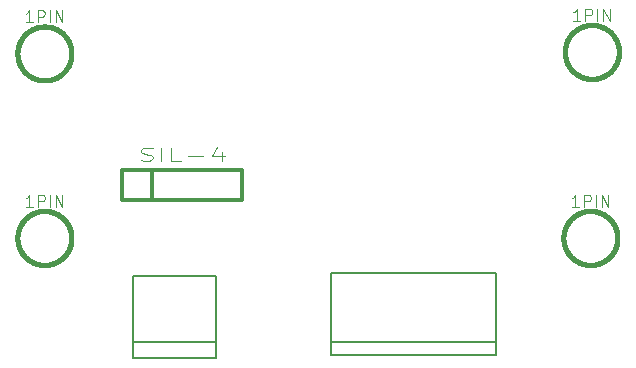
<source format=gto>
G04 ( created by brdgerber.py ( brdgerber.py v0.1 2014-03-12 ) ) date 2020-06-12 06:33:52 EDT*
G04 Gerber Fmt 3.4, Leading zero omitted, Abs format*
%MOIN*%
%FSLAX34Y34*%
G01*
G70*
G90*
G04 APERTURE LIST*
%ADD13R,0.0550X0.0550*%
%ADD20C,0.0472*%
%ADD16C,0.1600*%
%ADD15C,0.0120*%
%ADD18C,0.0860*%
%ADD12C,0.0000*%
%ADD19C,0.0050*%
%ADD11C,0.0787*%
%ADD10C,0.0200*%
%ADD14C,0.0550*%
%ADD17C,0.0150*%
G04 APERTURE END LIST*
G54D13*
D15*
G01X-06100Y00150D02*
G01X-06100Y00150D01*
D15*
G01X-06100Y-00850D02*
G01X-06100Y00150D01*
D15*
G01X-06100Y00150D02*
G01X-06100Y00150D01*
D15*
G01X-06100Y00150D02*
G01X-02100Y00150D01*
D15*
G01X-02100Y00150D02*
G01X-02100Y-00850D01*
D15*
G01X-02100Y-00850D02*
G01X-06100Y-00850D01*
D15*
G01X-05100Y-00850D02*
G01X-05100Y00150D01*
D12*
G01X-05482Y00497D02*
G01X-05385Y00477D01*
G01X-05222Y00477D01*
G01X-05157Y00497D01*
G01X-05124Y00518D01*
G01X-05092Y00558D01*
G01X-05092Y00599D01*
G01X-05124Y00640D01*
G01X-05157Y00660D01*
G01X-05222Y00681D01*
G01X-05352Y00701D01*
G01X-05417Y00721D01*
G01X-05450Y00742D01*
G01X-05482Y00782D01*
G01X-05482Y00823D01*
G01X-05450Y00864D01*
G01X-05417Y00884D01*
G01X-05352Y00905D01*
G01X-05190Y00905D01*
G01X-05092Y00884D01*
D12*
G01X-04799Y00477D02*
G01X-04799Y00905D01*
D12*
G01X-04149Y00477D02*
G01X-04474Y00477D01*
G01X-04474Y00905D01*
D12*
G01X-03921Y00640D02*
G01X-03401Y00640D01*
D12*
G01X-02783Y00762D02*
G01X-02783Y00477D01*
D12*
G01X-02945Y00925D02*
G01X-03108Y00619D01*
G01X-02685Y00619D01*
D17*
G01X-07800Y04050D02*
G01X-07800Y04050D01*
G01X-07800Y04072D01*
G01X-07801Y04094D01*
G01X-07802Y04116D01*
G01X-07804Y04138D01*
G01X-07807Y04160D01*
G01X-07810Y04182D01*
G01X-07813Y04204D01*
G01X-07817Y04226D01*
G01X-07822Y04247D01*
G01X-07827Y04269D01*
G01X-07833Y04290D01*
G01X-07839Y04311D01*
G01X-07845Y04332D01*
G01X-07853Y04353D01*
G01X-07860Y04374D01*
G01X-07869Y04394D01*
G01X-07877Y04415D01*
G01X-07886Y04435D01*
G01X-07896Y04455D01*
G01X-07906Y04474D01*
G01X-07917Y04494D01*
G01X-07928Y04513D01*
G01X-07940Y04531D01*
G01X-07952Y04550D01*
G01X-07964Y04568D01*
G01X-07977Y04586D01*
G01X-07990Y04604D01*
G01X-08004Y04621D01*
G01X-08019Y04638D01*
G01X-08033Y04654D01*
G01X-08048Y04671D01*
G01X-08064Y04686D01*
G01X-08079Y04702D01*
G01X-08096Y04717D01*
G01X-08112Y04731D01*
G01X-08129Y04746D01*
G01X-08146Y04760D01*
G01X-08164Y04773D01*
G01X-08182Y04786D01*
G01X-08200Y04798D01*
G01X-08219Y04810D01*
G01X-08237Y04822D01*
G01X-08256Y04833D01*
G01X-08276Y04844D01*
G01X-08295Y04854D01*
G01X-08315Y04864D01*
G01X-08335Y04873D01*
G01X-08356Y04881D01*
G01X-08376Y04890D01*
G01X-08397Y04897D01*
G01X-08418Y04905D01*
G01X-08439Y04911D01*
G01X-08460Y04917D01*
G01X-08481Y04923D01*
G01X-08503Y04928D01*
G01X-08524Y04933D01*
G01X-08546Y04937D01*
G01X-08568Y04940D01*
G01X-08590Y04943D01*
G01X-08612Y04946D01*
G01X-08634Y04948D01*
G01X-08656Y04949D01*
G01X-08678Y04950D01*
G01X-08700Y04950D01*
G01X-08722Y04950D01*
G01X-08744Y04949D01*
G01X-08766Y04948D01*
G01X-08788Y04946D01*
G01X-08810Y04943D01*
G01X-08832Y04940D01*
G01X-08854Y04937D01*
G01X-08876Y04933D01*
G01X-08897Y04928D01*
G01X-08919Y04923D01*
G01X-08940Y04917D01*
G01X-08961Y04911D01*
G01X-08982Y04905D01*
G01X-09003Y04897D01*
G01X-09024Y04890D01*
G01X-09044Y04881D01*
G01X-09065Y04873D01*
G01X-09085Y04864D01*
G01X-09105Y04854D01*
G01X-09124Y04844D01*
G01X-09144Y04833D01*
G01X-09163Y04822D01*
G01X-09181Y04810D01*
G01X-09200Y04798D01*
G01X-09218Y04786D01*
G01X-09236Y04773D01*
G01X-09254Y04760D01*
G01X-09271Y04746D01*
G01X-09288Y04731D01*
G01X-09304Y04717D01*
G01X-09321Y04702D01*
G01X-09336Y04686D01*
G01X-09352Y04671D01*
G01X-09367Y04654D01*
G01X-09381Y04638D01*
G01X-09396Y04621D01*
G01X-09410Y04604D01*
G01X-09423Y04586D01*
G01X-09436Y04568D01*
G01X-09448Y04550D01*
G01X-09460Y04531D01*
G01X-09472Y04513D01*
G01X-09483Y04494D01*
G01X-09494Y04474D01*
G01X-09504Y04455D01*
G01X-09514Y04435D01*
G01X-09523Y04415D01*
G01X-09531Y04394D01*
G01X-09540Y04374D01*
G01X-09547Y04353D01*
G01X-09555Y04332D01*
G01X-09561Y04311D01*
G01X-09567Y04290D01*
G01X-09573Y04269D01*
G01X-09578Y04247D01*
G01X-09583Y04226D01*
G01X-09587Y04204D01*
G01X-09590Y04182D01*
G01X-09593Y04160D01*
G01X-09596Y04138D01*
G01X-09598Y04116D01*
G01X-09599Y04094D01*
G01X-09600Y04072D01*
G01X-09600Y04050D01*
G01X-09600Y04028D01*
G01X-09599Y04006D01*
G01X-09598Y03984D01*
G01X-09596Y03962D01*
G01X-09593Y03940D01*
G01X-09590Y03918D01*
G01X-09587Y03896D01*
G01X-09583Y03874D01*
G01X-09578Y03853D01*
G01X-09573Y03831D01*
G01X-09567Y03810D01*
G01X-09561Y03789D01*
G01X-09555Y03768D01*
G01X-09547Y03747D01*
G01X-09540Y03726D01*
G01X-09531Y03706D01*
G01X-09523Y03685D01*
G01X-09514Y03665D01*
G01X-09504Y03645D01*
G01X-09494Y03626D01*
G01X-09483Y03606D01*
G01X-09472Y03587D01*
G01X-09460Y03569D01*
G01X-09448Y03550D01*
G01X-09436Y03532D01*
G01X-09423Y03514D01*
G01X-09410Y03496D01*
G01X-09396Y03479D01*
G01X-09381Y03462D01*
G01X-09367Y03446D01*
G01X-09352Y03429D01*
G01X-09336Y03414D01*
G01X-09321Y03398D01*
G01X-09304Y03383D01*
G01X-09288Y03369D01*
G01X-09271Y03354D01*
G01X-09254Y03340D01*
G01X-09236Y03327D01*
G01X-09218Y03314D01*
G01X-09200Y03302D01*
G01X-09181Y03290D01*
G01X-09163Y03278D01*
G01X-09144Y03267D01*
G01X-09124Y03256D01*
G01X-09105Y03246D01*
G01X-09085Y03236D01*
G01X-09065Y03227D01*
G01X-09044Y03219D01*
G01X-09024Y03210D01*
G01X-09003Y03203D01*
G01X-08982Y03195D01*
G01X-08961Y03189D01*
G01X-08940Y03183D01*
G01X-08919Y03177D01*
G01X-08897Y03172D01*
G01X-08876Y03167D01*
G01X-08854Y03163D01*
G01X-08832Y03160D01*
G01X-08810Y03157D01*
G01X-08788Y03154D01*
G01X-08766Y03152D01*
G01X-08744Y03151D01*
G01X-08722Y03150D01*
G01X-08700Y03150D01*
G01X-08678Y03150D01*
G01X-08656Y03151D01*
G01X-08634Y03152D01*
G01X-08612Y03154D01*
G01X-08590Y03157D01*
G01X-08568Y03160D01*
G01X-08546Y03163D01*
G01X-08524Y03167D01*
G01X-08503Y03172D01*
G01X-08481Y03177D01*
G01X-08460Y03183D01*
G01X-08439Y03189D01*
G01X-08418Y03195D01*
G01X-08397Y03203D01*
G01X-08376Y03210D01*
G01X-08356Y03219D01*
G01X-08335Y03227D01*
G01X-08315Y03236D01*
G01X-08295Y03246D01*
G01X-08276Y03256D01*
G01X-08256Y03267D01*
G01X-08237Y03278D01*
G01X-08219Y03290D01*
G01X-08200Y03302D01*
G01X-08182Y03314D01*
G01X-08164Y03327D01*
G01X-08146Y03340D01*
G01X-08129Y03354D01*
G01X-08112Y03369D01*
G01X-08096Y03383D01*
G01X-08079Y03398D01*
G01X-08064Y03414D01*
G01X-08048Y03429D01*
G01X-08033Y03446D01*
G01X-08019Y03462D01*
G01X-08004Y03479D01*
G01X-07990Y03496D01*
G01X-07977Y03514D01*
G01X-07964Y03532D01*
G01X-07952Y03550D01*
G01X-07940Y03569D01*
G01X-07928Y03587D01*
G01X-07917Y03606D01*
G01X-07906Y03626D01*
G01X-07896Y03645D01*
G01X-07886Y03665D01*
G01X-07877Y03685D01*
G01X-07869Y03706D01*
G01X-07860Y03726D01*
G01X-07853Y03747D01*
G01X-07845Y03768D01*
G01X-07839Y03789D01*
G01X-07833Y03810D01*
G01X-07827Y03831D01*
G01X-07822Y03853D01*
G01X-07817Y03874D01*
G01X-07813Y03896D01*
G01X-07810Y03918D01*
G01X-07807Y03940D01*
G01X-07804Y03962D01*
G01X-07802Y03984D01*
G01X-07801Y04006D01*
G01X-07800Y04028D01*
G01X-07800Y04050D01*
D12*
G01X-09090Y05088D02*
G01X-09319Y05088D01*
D12*
G01X-09205Y05088D02*
G01X-09205Y05488D01*
G01X-09243Y05431D01*
G01X-09281Y05393D01*
G01X-09319Y05374D01*
D12*
G01X-08919Y05088D02*
G01X-08919Y05488D01*
G01X-08767Y05488D01*
G01X-08729Y05469D01*
G01X-08710Y05450D01*
G01X-08690Y05412D01*
G01X-08690Y05355D01*
G01X-08710Y05317D01*
G01X-08729Y05298D01*
G01X-08767Y05279D01*
G01X-08919Y05279D01*
D12*
G01X-08519Y05088D02*
G01X-08519Y05488D01*
D12*
G01X-08329Y05088D02*
G01X-08329Y05488D01*
G01X-08100Y05088D01*
G01X-08100Y05488D01*
D17*
G01X10450Y04100D02*
G01X10450Y04100D01*
G01X10450Y04122D01*
G01X10449Y04144D01*
G01X10448Y04166D01*
G01X10446Y04188D01*
G01X10443Y04210D01*
G01X10440Y04232D01*
G01X10437Y04254D01*
G01X10433Y04276D01*
G01X10428Y04297D01*
G01X10423Y04319D01*
G01X10417Y04340D01*
G01X10411Y04361D01*
G01X10405Y04382D01*
G01X10397Y04403D01*
G01X10390Y04424D01*
G01X10381Y04444D01*
G01X10373Y04465D01*
G01X10364Y04485D01*
G01X10354Y04505D01*
G01X10344Y04524D01*
G01X10333Y04544D01*
G01X10322Y04563D01*
G01X10310Y04581D01*
G01X10298Y04600D01*
G01X10286Y04618D01*
G01X10273Y04636D01*
G01X10260Y04654D01*
G01X10246Y04671D01*
G01X10231Y04688D01*
G01X10217Y04704D01*
G01X10202Y04721D01*
G01X10186Y04736D01*
G01X10171Y04752D01*
G01X10154Y04767D01*
G01X10138Y04781D01*
G01X10121Y04796D01*
G01X10104Y04810D01*
G01X10086Y04823D01*
G01X10068Y04836D01*
G01X10050Y04848D01*
G01X10031Y04860D01*
G01X10013Y04872D01*
G01X09994Y04883D01*
G01X09974Y04894D01*
G01X09955Y04904D01*
G01X09935Y04914D01*
G01X09915Y04923D01*
G01X09894Y04931D01*
G01X09874Y04940D01*
G01X09853Y04947D01*
G01X09832Y04955D01*
G01X09811Y04961D01*
G01X09790Y04967D01*
G01X09769Y04973D01*
G01X09747Y04978D01*
G01X09726Y04983D01*
G01X09704Y04987D01*
G01X09682Y04990D01*
G01X09660Y04993D01*
G01X09638Y04996D01*
G01X09616Y04998D01*
G01X09594Y04999D01*
G01X09572Y05000D01*
G01X09550Y05000D01*
G01X09528Y05000D01*
G01X09506Y04999D01*
G01X09484Y04998D01*
G01X09462Y04996D01*
G01X09440Y04993D01*
G01X09418Y04990D01*
G01X09396Y04987D01*
G01X09374Y04983D01*
G01X09353Y04978D01*
G01X09331Y04973D01*
G01X09310Y04967D01*
G01X09289Y04961D01*
G01X09268Y04955D01*
G01X09247Y04947D01*
G01X09226Y04940D01*
G01X09206Y04931D01*
G01X09185Y04923D01*
G01X09165Y04914D01*
G01X09145Y04904D01*
G01X09126Y04894D01*
G01X09106Y04883D01*
G01X09087Y04872D01*
G01X09069Y04860D01*
G01X09050Y04848D01*
G01X09032Y04836D01*
G01X09014Y04823D01*
G01X08996Y04810D01*
G01X08979Y04796D01*
G01X08962Y04781D01*
G01X08946Y04767D01*
G01X08929Y04752D01*
G01X08914Y04736D01*
G01X08898Y04721D01*
G01X08883Y04704D01*
G01X08869Y04688D01*
G01X08854Y04671D01*
G01X08840Y04654D01*
G01X08827Y04636D01*
G01X08814Y04618D01*
G01X08802Y04600D01*
G01X08790Y04581D01*
G01X08778Y04563D01*
G01X08767Y04544D01*
G01X08756Y04524D01*
G01X08746Y04505D01*
G01X08736Y04485D01*
G01X08727Y04465D01*
G01X08719Y04444D01*
G01X08710Y04424D01*
G01X08703Y04403D01*
G01X08695Y04382D01*
G01X08689Y04361D01*
G01X08683Y04340D01*
G01X08677Y04319D01*
G01X08672Y04297D01*
G01X08667Y04276D01*
G01X08663Y04254D01*
G01X08660Y04232D01*
G01X08657Y04210D01*
G01X08654Y04188D01*
G01X08652Y04166D01*
G01X08651Y04144D01*
G01X08650Y04122D01*
G01X08650Y04100D01*
G01X08650Y04078D01*
G01X08651Y04056D01*
G01X08652Y04034D01*
G01X08654Y04012D01*
G01X08657Y03990D01*
G01X08660Y03968D01*
G01X08663Y03946D01*
G01X08667Y03924D01*
G01X08672Y03903D01*
G01X08677Y03881D01*
G01X08683Y03860D01*
G01X08689Y03839D01*
G01X08695Y03818D01*
G01X08703Y03797D01*
G01X08710Y03776D01*
G01X08719Y03756D01*
G01X08727Y03735D01*
G01X08736Y03715D01*
G01X08746Y03695D01*
G01X08756Y03676D01*
G01X08767Y03656D01*
G01X08778Y03637D01*
G01X08790Y03619D01*
G01X08802Y03600D01*
G01X08814Y03582D01*
G01X08827Y03564D01*
G01X08840Y03546D01*
G01X08854Y03529D01*
G01X08869Y03512D01*
G01X08883Y03496D01*
G01X08898Y03479D01*
G01X08914Y03464D01*
G01X08929Y03448D01*
G01X08946Y03433D01*
G01X08962Y03419D01*
G01X08979Y03404D01*
G01X08996Y03390D01*
G01X09014Y03377D01*
G01X09032Y03364D01*
G01X09050Y03352D01*
G01X09069Y03340D01*
G01X09087Y03328D01*
G01X09106Y03317D01*
G01X09126Y03306D01*
G01X09145Y03296D01*
G01X09165Y03286D01*
G01X09185Y03277D01*
G01X09206Y03269D01*
G01X09226Y03260D01*
G01X09247Y03253D01*
G01X09268Y03245D01*
G01X09289Y03239D01*
G01X09310Y03233D01*
G01X09331Y03227D01*
G01X09353Y03222D01*
G01X09374Y03217D01*
G01X09396Y03213D01*
G01X09418Y03210D01*
G01X09440Y03207D01*
G01X09462Y03204D01*
G01X09484Y03202D01*
G01X09506Y03201D01*
G01X09528Y03200D01*
G01X09550Y03200D01*
G01X09572Y03200D01*
G01X09594Y03201D01*
G01X09616Y03202D01*
G01X09638Y03204D01*
G01X09660Y03207D01*
G01X09682Y03210D01*
G01X09704Y03213D01*
G01X09726Y03217D01*
G01X09747Y03222D01*
G01X09769Y03227D01*
G01X09790Y03233D01*
G01X09811Y03239D01*
G01X09832Y03245D01*
G01X09853Y03253D01*
G01X09874Y03260D01*
G01X09894Y03269D01*
G01X09915Y03277D01*
G01X09935Y03286D01*
G01X09955Y03296D01*
G01X09974Y03306D01*
G01X09994Y03317D01*
G01X10013Y03328D01*
G01X10031Y03340D01*
G01X10050Y03352D01*
G01X10068Y03364D01*
G01X10086Y03377D01*
G01X10104Y03390D01*
G01X10121Y03404D01*
G01X10138Y03419D01*
G01X10154Y03433D01*
G01X10171Y03448D01*
G01X10186Y03464D01*
G01X10202Y03479D01*
G01X10217Y03496D01*
G01X10231Y03512D01*
G01X10246Y03529D01*
G01X10260Y03546D01*
G01X10273Y03564D01*
G01X10286Y03582D01*
G01X10298Y03600D01*
G01X10310Y03619D01*
G01X10322Y03637D01*
G01X10333Y03656D01*
G01X10344Y03676D01*
G01X10354Y03695D01*
G01X10364Y03715D01*
G01X10373Y03735D01*
G01X10381Y03756D01*
G01X10390Y03776D01*
G01X10397Y03797D01*
G01X10405Y03818D01*
G01X10411Y03839D01*
G01X10417Y03860D01*
G01X10423Y03881D01*
G01X10428Y03903D01*
G01X10433Y03924D01*
G01X10437Y03946D01*
G01X10440Y03968D01*
G01X10443Y03990D01*
G01X10446Y04012D01*
G01X10448Y04034D01*
G01X10449Y04056D01*
G01X10450Y04078D01*
G01X10450Y04100D01*
D12*
G01X09160Y05138D02*
G01X08931Y05138D01*
D12*
G01X09045Y05138D02*
G01X09045Y05538D01*
G01X09007Y05481D01*
G01X08969Y05443D01*
G01X08931Y05424D01*
D12*
G01X09331Y05138D02*
G01X09331Y05538D01*
G01X09483Y05538D01*
G01X09521Y05519D01*
G01X09540Y05500D01*
G01X09560Y05462D01*
G01X09560Y05405D01*
G01X09540Y05367D01*
G01X09521Y05348D01*
G01X09483Y05329D01*
G01X09331Y05329D01*
D12*
G01X09731Y05138D02*
G01X09731Y05538D01*
D12*
G01X09921Y05138D02*
G01X09921Y05538D01*
G01X10150Y05138D01*
G01X10150Y05538D01*
D17*
G01X-07800Y-02100D02*
G01X-07800Y-02100D01*
G01X-07800Y-02078D01*
G01X-07801Y-02056D01*
G01X-07802Y-02034D01*
G01X-07804Y-02012D01*
G01X-07807Y-01990D01*
G01X-07810Y-01968D01*
G01X-07813Y-01946D01*
G01X-07817Y-01924D01*
G01X-07822Y-01903D01*
G01X-07827Y-01881D01*
G01X-07833Y-01860D01*
G01X-07839Y-01839D01*
G01X-07845Y-01818D01*
G01X-07853Y-01797D01*
G01X-07860Y-01776D01*
G01X-07869Y-01756D01*
G01X-07877Y-01735D01*
G01X-07886Y-01715D01*
G01X-07896Y-01695D01*
G01X-07906Y-01676D01*
G01X-07917Y-01656D01*
G01X-07928Y-01637D01*
G01X-07940Y-01619D01*
G01X-07952Y-01600D01*
G01X-07964Y-01582D01*
G01X-07977Y-01564D01*
G01X-07990Y-01546D01*
G01X-08004Y-01529D01*
G01X-08019Y-01512D01*
G01X-08033Y-01496D01*
G01X-08048Y-01479D01*
G01X-08064Y-01464D01*
G01X-08079Y-01448D01*
G01X-08096Y-01433D01*
G01X-08112Y-01419D01*
G01X-08129Y-01404D01*
G01X-08146Y-01390D01*
G01X-08164Y-01377D01*
G01X-08182Y-01364D01*
G01X-08200Y-01352D01*
G01X-08219Y-01340D01*
G01X-08237Y-01328D01*
G01X-08256Y-01317D01*
G01X-08276Y-01306D01*
G01X-08295Y-01296D01*
G01X-08315Y-01286D01*
G01X-08335Y-01277D01*
G01X-08356Y-01269D01*
G01X-08376Y-01260D01*
G01X-08397Y-01253D01*
G01X-08418Y-01245D01*
G01X-08439Y-01239D01*
G01X-08460Y-01233D01*
G01X-08481Y-01227D01*
G01X-08503Y-01222D01*
G01X-08524Y-01217D01*
G01X-08546Y-01213D01*
G01X-08568Y-01210D01*
G01X-08590Y-01207D01*
G01X-08612Y-01204D01*
G01X-08634Y-01202D01*
G01X-08656Y-01201D01*
G01X-08678Y-01200D01*
G01X-08700Y-01200D01*
G01X-08722Y-01200D01*
G01X-08744Y-01201D01*
G01X-08766Y-01202D01*
G01X-08788Y-01204D01*
G01X-08810Y-01207D01*
G01X-08832Y-01210D01*
G01X-08854Y-01213D01*
G01X-08876Y-01217D01*
G01X-08897Y-01222D01*
G01X-08919Y-01227D01*
G01X-08940Y-01233D01*
G01X-08961Y-01239D01*
G01X-08982Y-01245D01*
G01X-09003Y-01253D01*
G01X-09024Y-01260D01*
G01X-09044Y-01269D01*
G01X-09065Y-01277D01*
G01X-09085Y-01286D01*
G01X-09105Y-01296D01*
G01X-09124Y-01306D01*
G01X-09144Y-01317D01*
G01X-09163Y-01328D01*
G01X-09181Y-01340D01*
G01X-09200Y-01352D01*
G01X-09218Y-01364D01*
G01X-09236Y-01377D01*
G01X-09254Y-01390D01*
G01X-09271Y-01404D01*
G01X-09288Y-01419D01*
G01X-09304Y-01433D01*
G01X-09321Y-01448D01*
G01X-09336Y-01464D01*
G01X-09352Y-01479D01*
G01X-09367Y-01496D01*
G01X-09381Y-01512D01*
G01X-09396Y-01529D01*
G01X-09410Y-01546D01*
G01X-09423Y-01564D01*
G01X-09436Y-01582D01*
G01X-09448Y-01600D01*
G01X-09460Y-01619D01*
G01X-09472Y-01637D01*
G01X-09483Y-01656D01*
G01X-09494Y-01676D01*
G01X-09504Y-01695D01*
G01X-09514Y-01715D01*
G01X-09523Y-01735D01*
G01X-09531Y-01756D01*
G01X-09540Y-01776D01*
G01X-09547Y-01797D01*
G01X-09555Y-01818D01*
G01X-09561Y-01839D01*
G01X-09567Y-01860D01*
G01X-09573Y-01881D01*
G01X-09578Y-01903D01*
G01X-09583Y-01924D01*
G01X-09587Y-01946D01*
G01X-09590Y-01968D01*
G01X-09593Y-01990D01*
G01X-09596Y-02012D01*
G01X-09598Y-02034D01*
G01X-09599Y-02056D01*
G01X-09600Y-02078D01*
G01X-09600Y-02100D01*
G01X-09600Y-02122D01*
G01X-09599Y-02144D01*
G01X-09598Y-02166D01*
G01X-09596Y-02188D01*
G01X-09593Y-02210D01*
G01X-09590Y-02232D01*
G01X-09587Y-02254D01*
G01X-09583Y-02276D01*
G01X-09578Y-02297D01*
G01X-09573Y-02319D01*
G01X-09567Y-02340D01*
G01X-09561Y-02361D01*
G01X-09555Y-02382D01*
G01X-09547Y-02403D01*
G01X-09540Y-02424D01*
G01X-09531Y-02444D01*
G01X-09523Y-02465D01*
G01X-09514Y-02485D01*
G01X-09504Y-02505D01*
G01X-09494Y-02524D01*
G01X-09483Y-02544D01*
G01X-09472Y-02563D01*
G01X-09460Y-02581D01*
G01X-09448Y-02600D01*
G01X-09436Y-02618D01*
G01X-09423Y-02636D01*
G01X-09410Y-02654D01*
G01X-09396Y-02671D01*
G01X-09381Y-02688D01*
G01X-09367Y-02704D01*
G01X-09352Y-02721D01*
G01X-09336Y-02736D01*
G01X-09321Y-02752D01*
G01X-09304Y-02767D01*
G01X-09288Y-02781D01*
G01X-09271Y-02796D01*
G01X-09254Y-02810D01*
G01X-09236Y-02823D01*
G01X-09218Y-02836D01*
G01X-09200Y-02848D01*
G01X-09181Y-02860D01*
G01X-09163Y-02872D01*
G01X-09144Y-02883D01*
G01X-09124Y-02894D01*
G01X-09105Y-02904D01*
G01X-09085Y-02914D01*
G01X-09065Y-02923D01*
G01X-09044Y-02931D01*
G01X-09024Y-02940D01*
G01X-09003Y-02947D01*
G01X-08982Y-02955D01*
G01X-08961Y-02961D01*
G01X-08940Y-02967D01*
G01X-08919Y-02973D01*
G01X-08897Y-02978D01*
G01X-08876Y-02983D01*
G01X-08854Y-02987D01*
G01X-08832Y-02990D01*
G01X-08810Y-02993D01*
G01X-08788Y-02996D01*
G01X-08766Y-02998D01*
G01X-08744Y-02999D01*
G01X-08722Y-03000D01*
G01X-08700Y-03000D01*
G01X-08678Y-03000D01*
G01X-08656Y-02999D01*
G01X-08634Y-02998D01*
G01X-08612Y-02996D01*
G01X-08590Y-02993D01*
G01X-08568Y-02990D01*
G01X-08546Y-02987D01*
G01X-08524Y-02983D01*
G01X-08503Y-02978D01*
G01X-08481Y-02973D01*
G01X-08460Y-02967D01*
G01X-08439Y-02961D01*
G01X-08418Y-02955D01*
G01X-08397Y-02947D01*
G01X-08376Y-02940D01*
G01X-08356Y-02931D01*
G01X-08335Y-02923D01*
G01X-08315Y-02914D01*
G01X-08295Y-02904D01*
G01X-08276Y-02894D01*
G01X-08256Y-02883D01*
G01X-08237Y-02872D01*
G01X-08219Y-02860D01*
G01X-08200Y-02848D01*
G01X-08182Y-02836D01*
G01X-08164Y-02823D01*
G01X-08146Y-02810D01*
G01X-08129Y-02796D01*
G01X-08112Y-02781D01*
G01X-08096Y-02767D01*
G01X-08079Y-02752D01*
G01X-08064Y-02736D01*
G01X-08048Y-02721D01*
G01X-08033Y-02704D01*
G01X-08019Y-02688D01*
G01X-08004Y-02671D01*
G01X-07990Y-02654D01*
G01X-07977Y-02636D01*
G01X-07964Y-02618D01*
G01X-07952Y-02600D01*
G01X-07940Y-02581D01*
G01X-07928Y-02563D01*
G01X-07917Y-02544D01*
G01X-07906Y-02524D01*
G01X-07896Y-02505D01*
G01X-07886Y-02485D01*
G01X-07877Y-02465D01*
G01X-07869Y-02444D01*
G01X-07860Y-02424D01*
G01X-07853Y-02403D01*
G01X-07845Y-02382D01*
G01X-07839Y-02361D01*
G01X-07833Y-02340D01*
G01X-07827Y-02319D01*
G01X-07822Y-02297D01*
G01X-07817Y-02276D01*
G01X-07813Y-02254D01*
G01X-07810Y-02232D01*
G01X-07807Y-02210D01*
G01X-07804Y-02188D01*
G01X-07802Y-02166D01*
G01X-07801Y-02144D01*
G01X-07800Y-02122D01*
G01X-07800Y-02100D01*
D12*
G01X-09090Y-01062D02*
G01X-09319Y-01062D01*
D12*
G01X-09205Y-01062D02*
G01X-09205Y-00662D01*
G01X-09243Y-00719D01*
G01X-09281Y-00757D01*
G01X-09319Y-00776D01*
D12*
G01X-08919Y-01062D02*
G01X-08919Y-00662D01*
G01X-08767Y-00662D01*
G01X-08729Y-00681D01*
G01X-08710Y-00700D01*
G01X-08690Y-00738D01*
G01X-08690Y-00795D01*
G01X-08710Y-00833D01*
G01X-08729Y-00852D01*
G01X-08767Y-00871D01*
G01X-08919Y-00871D01*
D12*
G01X-08519Y-01062D02*
G01X-08519Y-00662D01*
D12*
G01X-08329Y-01062D02*
G01X-08329Y-00662D01*
G01X-08100Y-01062D01*
G01X-08100Y-00662D01*
D17*
G01X10400Y-02100D02*
G01X10400Y-02100D01*
G01X10400Y-02078D01*
G01X10399Y-02056D01*
G01X10398Y-02034D01*
G01X10396Y-02012D01*
G01X10393Y-01990D01*
G01X10390Y-01968D01*
G01X10387Y-01946D01*
G01X10383Y-01924D01*
G01X10378Y-01903D01*
G01X10373Y-01881D01*
G01X10367Y-01860D01*
G01X10361Y-01839D01*
G01X10355Y-01818D01*
G01X10347Y-01797D01*
G01X10340Y-01776D01*
G01X10331Y-01756D01*
G01X10323Y-01735D01*
G01X10314Y-01715D01*
G01X10304Y-01695D01*
G01X10294Y-01676D01*
G01X10283Y-01656D01*
G01X10272Y-01637D01*
G01X10260Y-01619D01*
G01X10248Y-01600D01*
G01X10236Y-01582D01*
G01X10223Y-01564D01*
G01X10210Y-01546D01*
G01X10196Y-01529D01*
G01X10181Y-01512D01*
G01X10167Y-01496D01*
G01X10152Y-01479D01*
G01X10136Y-01464D01*
G01X10121Y-01448D01*
G01X10104Y-01433D01*
G01X10088Y-01419D01*
G01X10071Y-01404D01*
G01X10054Y-01390D01*
G01X10036Y-01377D01*
G01X10018Y-01364D01*
G01X10000Y-01352D01*
G01X09981Y-01340D01*
G01X09963Y-01328D01*
G01X09944Y-01317D01*
G01X09924Y-01306D01*
G01X09905Y-01296D01*
G01X09885Y-01286D01*
G01X09865Y-01277D01*
G01X09844Y-01269D01*
G01X09824Y-01260D01*
G01X09803Y-01253D01*
G01X09782Y-01245D01*
G01X09761Y-01239D01*
G01X09740Y-01233D01*
G01X09719Y-01227D01*
G01X09697Y-01222D01*
G01X09676Y-01217D01*
G01X09654Y-01213D01*
G01X09632Y-01210D01*
G01X09610Y-01207D01*
G01X09588Y-01204D01*
G01X09566Y-01202D01*
G01X09544Y-01201D01*
G01X09522Y-01200D01*
G01X09500Y-01200D01*
G01X09478Y-01200D01*
G01X09456Y-01201D01*
G01X09434Y-01202D01*
G01X09412Y-01204D01*
G01X09390Y-01207D01*
G01X09368Y-01210D01*
G01X09346Y-01213D01*
G01X09324Y-01217D01*
G01X09303Y-01222D01*
G01X09281Y-01227D01*
G01X09260Y-01233D01*
G01X09239Y-01239D01*
G01X09218Y-01245D01*
G01X09197Y-01253D01*
G01X09176Y-01260D01*
G01X09156Y-01269D01*
G01X09135Y-01277D01*
G01X09115Y-01286D01*
G01X09095Y-01296D01*
G01X09076Y-01306D01*
G01X09056Y-01317D01*
G01X09037Y-01328D01*
G01X09019Y-01340D01*
G01X09000Y-01352D01*
G01X08982Y-01364D01*
G01X08964Y-01377D01*
G01X08946Y-01390D01*
G01X08929Y-01404D01*
G01X08912Y-01419D01*
G01X08896Y-01433D01*
G01X08879Y-01448D01*
G01X08864Y-01464D01*
G01X08848Y-01479D01*
G01X08833Y-01496D01*
G01X08819Y-01512D01*
G01X08804Y-01529D01*
G01X08790Y-01546D01*
G01X08777Y-01564D01*
G01X08764Y-01582D01*
G01X08752Y-01600D01*
G01X08740Y-01619D01*
G01X08728Y-01637D01*
G01X08717Y-01656D01*
G01X08706Y-01676D01*
G01X08696Y-01695D01*
G01X08686Y-01715D01*
G01X08677Y-01735D01*
G01X08669Y-01756D01*
G01X08660Y-01776D01*
G01X08653Y-01797D01*
G01X08645Y-01818D01*
G01X08639Y-01839D01*
G01X08633Y-01860D01*
G01X08627Y-01881D01*
G01X08622Y-01903D01*
G01X08617Y-01924D01*
G01X08613Y-01946D01*
G01X08610Y-01968D01*
G01X08607Y-01990D01*
G01X08604Y-02012D01*
G01X08602Y-02034D01*
G01X08601Y-02056D01*
G01X08600Y-02078D01*
G01X08600Y-02100D01*
G01X08600Y-02122D01*
G01X08601Y-02144D01*
G01X08602Y-02166D01*
G01X08604Y-02188D01*
G01X08607Y-02210D01*
G01X08610Y-02232D01*
G01X08613Y-02254D01*
G01X08617Y-02276D01*
G01X08622Y-02297D01*
G01X08627Y-02319D01*
G01X08633Y-02340D01*
G01X08639Y-02361D01*
G01X08645Y-02382D01*
G01X08653Y-02403D01*
G01X08660Y-02424D01*
G01X08669Y-02444D01*
G01X08677Y-02465D01*
G01X08686Y-02485D01*
G01X08696Y-02505D01*
G01X08706Y-02524D01*
G01X08717Y-02544D01*
G01X08728Y-02563D01*
G01X08740Y-02581D01*
G01X08752Y-02600D01*
G01X08764Y-02618D01*
G01X08777Y-02636D01*
G01X08790Y-02654D01*
G01X08804Y-02671D01*
G01X08819Y-02688D01*
G01X08833Y-02704D01*
G01X08848Y-02721D01*
G01X08864Y-02736D01*
G01X08879Y-02752D01*
G01X08896Y-02767D01*
G01X08912Y-02781D01*
G01X08929Y-02796D01*
G01X08946Y-02810D01*
G01X08964Y-02823D01*
G01X08982Y-02836D01*
G01X09000Y-02848D01*
G01X09019Y-02860D01*
G01X09037Y-02872D01*
G01X09056Y-02883D01*
G01X09076Y-02894D01*
G01X09095Y-02904D01*
G01X09115Y-02914D01*
G01X09135Y-02923D01*
G01X09156Y-02931D01*
G01X09176Y-02940D01*
G01X09197Y-02947D01*
G01X09218Y-02955D01*
G01X09239Y-02961D01*
G01X09260Y-02967D01*
G01X09281Y-02973D01*
G01X09303Y-02978D01*
G01X09324Y-02983D01*
G01X09346Y-02987D01*
G01X09368Y-02990D01*
G01X09390Y-02993D01*
G01X09412Y-02996D01*
G01X09434Y-02998D01*
G01X09456Y-02999D01*
G01X09478Y-03000D01*
G01X09500Y-03000D01*
G01X09522Y-03000D01*
G01X09544Y-02999D01*
G01X09566Y-02998D01*
G01X09588Y-02996D01*
G01X09610Y-02993D01*
G01X09632Y-02990D01*
G01X09654Y-02987D01*
G01X09676Y-02983D01*
G01X09697Y-02978D01*
G01X09719Y-02973D01*
G01X09740Y-02967D01*
G01X09761Y-02961D01*
G01X09782Y-02955D01*
G01X09803Y-02947D01*
G01X09824Y-02940D01*
G01X09844Y-02931D01*
G01X09865Y-02923D01*
G01X09885Y-02914D01*
G01X09905Y-02904D01*
G01X09924Y-02894D01*
G01X09944Y-02883D01*
G01X09963Y-02872D01*
G01X09981Y-02860D01*
G01X10000Y-02848D01*
G01X10018Y-02836D01*
G01X10036Y-02823D01*
G01X10054Y-02810D01*
G01X10071Y-02796D01*
G01X10088Y-02781D01*
G01X10104Y-02767D01*
G01X10121Y-02752D01*
G01X10136Y-02736D01*
G01X10152Y-02721D01*
G01X10167Y-02704D01*
G01X10181Y-02688D01*
G01X10196Y-02671D01*
G01X10210Y-02654D01*
G01X10223Y-02636D01*
G01X10236Y-02618D01*
G01X10248Y-02600D01*
G01X10260Y-02581D01*
G01X10272Y-02563D01*
G01X10283Y-02544D01*
G01X10294Y-02524D01*
G01X10304Y-02505D01*
G01X10314Y-02485D01*
G01X10323Y-02465D01*
G01X10331Y-02444D01*
G01X10340Y-02424D01*
G01X10347Y-02403D01*
G01X10355Y-02382D01*
G01X10361Y-02361D01*
G01X10367Y-02340D01*
G01X10373Y-02319D01*
G01X10378Y-02297D01*
G01X10383Y-02276D01*
G01X10387Y-02254D01*
G01X10390Y-02232D01*
G01X10393Y-02210D01*
G01X10396Y-02188D01*
G01X10398Y-02166D01*
G01X10399Y-02144D01*
G01X10400Y-02122D01*
G01X10400Y-02100D01*
D12*
G01X09110Y-01062D02*
G01X08881Y-01062D01*
D12*
G01X08995Y-01062D02*
G01X08995Y-00662D01*
G01X08957Y-00719D01*
G01X08919Y-00757D01*
G01X08881Y-00776D01*
D12*
G01X09281Y-01062D02*
G01X09281Y-00662D01*
G01X09433Y-00662D01*
G01X09471Y-00681D01*
G01X09490Y-00700D01*
G01X09510Y-00738D01*
G01X09510Y-00795D01*
G01X09490Y-00833D01*
G01X09471Y-00852D01*
G01X09433Y-00871D01*
G01X09281Y-00871D01*
D12*
G01X09681Y-01062D02*
G01X09681Y-00662D01*
D12*
G01X09871Y-01062D02*
G01X09871Y-00662D01*
G01X10100Y-01062D01*
G01X10100Y-00662D01*
D19*
G01X-05738Y-03362D02*
G01X-05738Y-05566D01*
D19*
G01X-05738Y-05566D02*
G01X-05738Y-06117D01*
D19*
G01X-05738Y-06117D02*
G01X-02983Y-06117D01*
D19*
G01X-02983Y-06117D02*
G01X-02983Y-05566D01*
D19*
G01X-02983Y-05566D02*
G01X-02983Y-03362D01*
D19*
G01X-02983Y-03362D02*
G01X-05738Y-03362D01*
D19*
G01X-05738Y-05566D02*
G01X-02983Y-05566D01*
D19*
G01X00845Y-03262D02*
G01X00845Y-05584D01*
D19*
G01X00845Y-05584D02*
G01X00845Y-06017D01*
D19*
G01X00845Y-06017D02*
G01X06355Y-06017D01*
D19*
G01X06355Y-06017D02*
G01X06355Y-05584D01*
D19*
G01X06355Y-05584D02*
G01X06355Y-03262D01*
D19*
G01X06355Y-03262D02*
G01X00845Y-03262D01*
D19*
G01X00845Y-05584D02*
G01X06355Y-05584D01*
M02*

</source>
